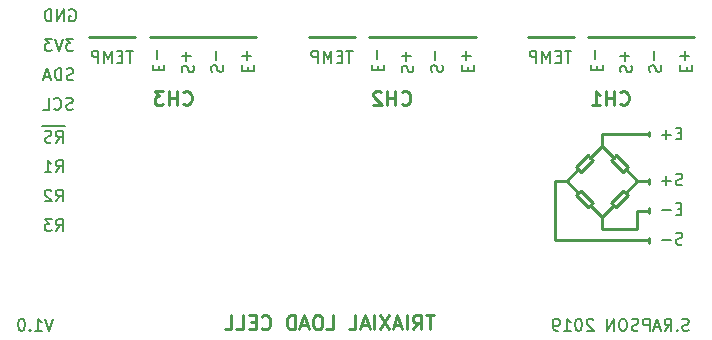
<source format=gbo>
G04 #@! TF.GenerationSoftware,KiCad,Pcbnew,(5.1.0-0)*
G04 #@! TF.CreationDate,2019-05-28T11:35:41+09:30*
G04 #@! TF.ProjectId,triax-loadwing,74726961-782d-46c6-9f61-6477696e672e,V1.0*
G04 #@! TF.SameCoordinates,Original*
G04 #@! TF.FileFunction,Legend,Bot*
G04 #@! TF.FilePolarity,Positive*
%FSLAX46Y46*%
G04 Gerber Fmt 4.6, Leading zero omitted, Abs format (unit mm)*
G04 Created by KiCad (PCBNEW (5.1.0-0)) date 2019-05-28 11:35:41*
%MOMM*%
%LPD*%
G04 APERTURE LIST*
%ADD10C,0.250000*%
%ADD11C,0.200000*%
G04 APERTURE END LIST*
D10*
X150628571Y-69328571D02*
X150685714Y-69385714D01*
X150857142Y-69442857D01*
X150971428Y-69442857D01*
X151142857Y-69385714D01*
X151257142Y-69271428D01*
X151314285Y-69157142D01*
X151371428Y-68928571D01*
X151371428Y-68757142D01*
X151314285Y-68528571D01*
X151257142Y-68414285D01*
X151142857Y-68300000D01*
X150971428Y-68242857D01*
X150857142Y-68242857D01*
X150685714Y-68300000D01*
X150628571Y-68357142D01*
X150114285Y-69442857D02*
X150114285Y-68242857D01*
X150114285Y-68814285D02*
X149428571Y-68814285D01*
X149428571Y-69442857D02*
X149428571Y-68242857D01*
X148971428Y-68242857D02*
X148228571Y-68242857D01*
X148628571Y-68700000D01*
X148457142Y-68700000D01*
X148342857Y-68757142D01*
X148285714Y-68814285D01*
X148228571Y-68928571D01*
X148228571Y-69214285D01*
X148285714Y-69328571D01*
X148342857Y-69385714D01*
X148457142Y-69442857D01*
X148800000Y-69442857D01*
X148914285Y-69385714D01*
X148971428Y-69328571D01*
X169128571Y-69328571D02*
X169185714Y-69385714D01*
X169357142Y-69442857D01*
X169471428Y-69442857D01*
X169642857Y-69385714D01*
X169757142Y-69271428D01*
X169814285Y-69157142D01*
X169871428Y-68928571D01*
X169871428Y-68757142D01*
X169814285Y-68528571D01*
X169757142Y-68414285D01*
X169642857Y-68300000D01*
X169471428Y-68242857D01*
X169357142Y-68242857D01*
X169185714Y-68300000D01*
X169128571Y-68357142D01*
X168614285Y-69442857D02*
X168614285Y-68242857D01*
X168614285Y-68814285D02*
X167928571Y-68814285D01*
X167928571Y-69442857D02*
X167928571Y-68242857D01*
X167414285Y-68357142D02*
X167357142Y-68300000D01*
X167242857Y-68242857D01*
X166957142Y-68242857D01*
X166842857Y-68300000D01*
X166785714Y-68357142D01*
X166728571Y-68471428D01*
X166728571Y-68585714D01*
X166785714Y-68757142D01*
X167471428Y-69442857D01*
X166728571Y-69442857D01*
X187628571Y-69328571D02*
X187685714Y-69385714D01*
X187857142Y-69442857D01*
X187971428Y-69442857D01*
X188142857Y-69385714D01*
X188257142Y-69271428D01*
X188314285Y-69157142D01*
X188371428Y-68928571D01*
X188371428Y-68757142D01*
X188314285Y-68528571D01*
X188257142Y-68414285D01*
X188142857Y-68300000D01*
X187971428Y-68242857D01*
X187857142Y-68242857D01*
X187685714Y-68300000D01*
X187628571Y-68357142D01*
X187114285Y-69442857D02*
X187114285Y-68242857D01*
X187114285Y-68814285D02*
X186428571Y-68814285D01*
X186428571Y-69442857D02*
X186428571Y-68242857D01*
X185228571Y-69442857D02*
X185914285Y-69442857D01*
X185571428Y-69442857D02*
X185571428Y-68242857D01*
X185685714Y-68414285D01*
X185800000Y-68528571D01*
X185914285Y-68585714D01*
D11*
X139623809Y-87552380D02*
X139290476Y-88552380D01*
X138957142Y-87552380D01*
X138100000Y-88552380D02*
X138671428Y-88552380D01*
X138385714Y-88552380D02*
X138385714Y-87552380D01*
X138480952Y-87695238D01*
X138576190Y-87790476D01*
X138671428Y-87838095D01*
X137671428Y-88457142D02*
X137623809Y-88504761D01*
X137671428Y-88552380D01*
X137719047Y-88504761D01*
X137671428Y-88457142D01*
X137671428Y-88552380D01*
X137004761Y-87552380D02*
X136909523Y-87552380D01*
X136814285Y-87600000D01*
X136766666Y-87647619D01*
X136719047Y-87742857D01*
X136671428Y-87933333D01*
X136671428Y-88171428D01*
X136719047Y-88361904D01*
X136766666Y-88457142D01*
X136814285Y-88504761D01*
X136909523Y-88552380D01*
X137004761Y-88552380D01*
X137100000Y-88504761D01*
X137147619Y-88457142D01*
X137195238Y-88361904D01*
X137242857Y-88171428D01*
X137242857Y-87933333D01*
X137195238Y-87742857D01*
X137147619Y-87647619D01*
X137100000Y-87600000D01*
X137004761Y-87552380D01*
D10*
X190100000Y-71700000D02*
X190100000Y-72100000D01*
X190100000Y-75700000D02*
X190100000Y-76100000D01*
X190100000Y-78200000D02*
X190100000Y-78600000D01*
X190100000Y-80700000D02*
X190100000Y-81100000D01*
D11*
X192904761Y-81204761D02*
X192761904Y-81252380D01*
X192523809Y-81252380D01*
X192428571Y-81204761D01*
X192380952Y-81157142D01*
X192333333Y-81061904D01*
X192333333Y-80966666D01*
X192380952Y-80871428D01*
X192428571Y-80823809D01*
X192523809Y-80776190D01*
X192714285Y-80728571D01*
X192809523Y-80680952D01*
X192857142Y-80633333D01*
X192904761Y-80538095D01*
X192904761Y-80442857D01*
X192857142Y-80347619D01*
X192809523Y-80300000D01*
X192714285Y-80252380D01*
X192476190Y-80252380D01*
X192333333Y-80300000D01*
X191904761Y-80871428D02*
X191142857Y-80871428D01*
X192904761Y-76204761D02*
X192761904Y-76252380D01*
X192523809Y-76252380D01*
X192428571Y-76204761D01*
X192380952Y-76157142D01*
X192333333Y-76061904D01*
X192333333Y-75966666D01*
X192380952Y-75871428D01*
X192428571Y-75823809D01*
X192523809Y-75776190D01*
X192714285Y-75728571D01*
X192809523Y-75680952D01*
X192857142Y-75633333D01*
X192904761Y-75538095D01*
X192904761Y-75442857D01*
X192857142Y-75347619D01*
X192809523Y-75300000D01*
X192714285Y-75252380D01*
X192476190Y-75252380D01*
X192333333Y-75300000D01*
X191904761Y-75871428D02*
X191142857Y-75871428D01*
X191523809Y-76252380D02*
X191523809Y-75490476D01*
X192833333Y-78228571D02*
X192500000Y-78228571D01*
X192357142Y-78752380D02*
X192833333Y-78752380D01*
X192833333Y-77752380D01*
X192357142Y-77752380D01*
X191928571Y-78371428D02*
X191166666Y-78371428D01*
X192833333Y-71828571D02*
X192500000Y-71828571D01*
X192357142Y-72352380D02*
X192833333Y-72352380D01*
X192833333Y-71352380D01*
X192357142Y-71352380D01*
X191928571Y-71971428D02*
X191166666Y-71971428D01*
X191547619Y-72352380D02*
X191547619Y-71590476D01*
D10*
X189100000Y-78400000D02*
X189100000Y-79900000D01*
X190100000Y-78400000D02*
X189100000Y-78400000D01*
X182100000Y-80900000D02*
X190100000Y-80900000D01*
X182100000Y-75900000D02*
X182100000Y-80900000D01*
X183100000Y-75900000D02*
X182100000Y-75900000D01*
X186100000Y-79900000D02*
X189100000Y-79900000D01*
X186100000Y-78900000D02*
X186100000Y-79900000D01*
X189100000Y-75900000D02*
X190100000Y-75900000D01*
X186100000Y-71900000D02*
X190100000Y-71900000D01*
X186100000Y-72900000D02*
X186100000Y-71900000D01*
X184100000Y-76900000D02*
X183900000Y-77100000D01*
X184300000Y-76700000D02*
X184100000Y-76900000D01*
X185100000Y-77900000D02*
X186100000Y-78900000D01*
X184900000Y-78100000D02*
X185300000Y-77700000D01*
X183100000Y-75900000D02*
X184100000Y-76900000D01*
X183900000Y-77100000D02*
X184900000Y-78100000D01*
X185300000Y-77700000D02*
X184300000Y-76700000D01*
X188100000Y-76900000D02*
X187900000Y-76700000D01*
X188300000Y-77100000D02*
X188100000Y-76900000D01*
X187100000Y-77900000D02*
X186100000Y-78900000D01*
X186900000Y-77700000D02*
X187300000Y-78100000D01*
X189100000Y-75900000D02*
X188100000Y-76900000D01*
X187900000Y-76700000D02*
X186900000Y-77700000D01*
X187300000Y-78100000D02*
X188300000Y-77100000D01*
X187100000Y-73900000D02*
X186900000Y-74100000D01*
X187300000Y-73700000D02*
X187100000Y-73900000D01*
X188100000Y-74900000D02*
X189100000Y-75900000D01*
X187900000Y-75100000D02*
X188300000Y-74700000D01*
X186100000Y-72900000D02*
X187100000Y-73900000D01*
X186900000Y-74100000D02*
X187900000Y-75100000D01*
X188300000Y-74700000D02*
X187300000Y-73700000D01*
X185300000Y-74100000D02*
X185100000Y-73900000D01*
X184300000Y-75100000D02*
X185300000Y-74100000D01*
X183900000Y-74700000D02*
X184300000Y-75100000D01*
X184900000Y-73700000D02*
X183900000Y-74700000D01*
X185100000Y-73900000D02*
X184900000Y-73700000D01*
X184100000Y-74900000D02*
X183100000Y-75900000D01*
X186100000Y-72900000D02*
X185100000Y-73900000D01*
X179800000Y-63700000D02*
X183700000Y-63700000D01*
X184900000Y-63700000D02*
X193900000Y-63700000D01*
D11*
X190171904Y-66633333D02*
X190124285Y-66490476D01*
X190124285Y-66252381D01*
X190171904Y-66157143D01*
X190219523Y-66109524D01*
X190314761Y-66061905D01*
X190409999Y-66061905D01*
X190505237Y-66109524D01*
X190552856Y-66157143D01*
X190600475Y-66252381D01*
X190648094Y-66442857D01*
X190695713Y-66538095D01*
X190743332Y-66585714D01*
X190838570Y-66633333D01*
X190933808Y-66633333D01*
X191029046Y-66585714D01*
X191076666Y-66538095D01*
X191124285Y-66442857D01*
X191124285Y-66204762D01*
X191076666Y-66061905D01*
X190505237Y-65633333D02*
X190505237Y-64871429D01*
X187683571Y-66680952D02*
X187635952Y-66538095D01*
X187635952Y-66300000D01*
X187683571Y-66204762D01*
X187731190Y-66157143D01*
X187826428Y-66109524D01*
X187921666Y-66109524D01*
X188016904Y-66157143D01*
X188064523Y-66204762D01*
X188112142Y-66300000D01*
X188159761Y-66490476D01*
X188207380Y-66585714D01*
X188254999Y-66633333D01*
X188350237Y-66680952D01*
X188445475Y-66680952D01*
X188540713Y-66633333D01*
X188588333Y-66585714D01*
X188635952Y-66490476D01*
X188635952Y-66252381D01*
X188588333Y-66109524D01*
X188016904Y-65680952D02*
X188016904Y-64919048D01*
X187635952Y-65300000D02*
X188397856Y-65300000D01*
X185671428Y-66490477D02*
X185671428Y-66157144D01*
X185147619Y-66014286D02*
X185147619Y-66490477D01*
X186147619Y-66490477D01*
X186147619Y-66014286D01*
X185528571Y-65585715D02*
X185528571Y-64823810D01*
X183509523Y-64852380D02*
X182938095Y-64852380D01*
X183223809Y-65852380D02*
X183223809Y-64852380D01*
X182604761Y-65328571D02*
X182271428Y-65328571D01*
X182128571Y-65852380D02*
X182604761Y-65852380D01*
X182604761Y-64852380D01*
X182128571Y-64852380D01*
X181700000Y-65852380D02*
X181700000Y-64852380D01*
X181366666Y-65566666D01*
X181033333Y-64852380D01*
X181033333Y-65852380D01*
X180557142Y-65852380D02*
X180557142Y-64852380D01*
X180176190Y-64852380D01*
X180080952Y-64900000D01*
X180033333Y-64947619D01*
X179985714Y-65042857D01*
X179985714Y-65185714D01*
X180033333Y-65280952D01*
X180080952Y-65328571D01*
X180176190Y-65376190D01*
X180557142Y-65376190D01*
X193271428Y-66538096D02*
X193271428Y-66204763D01*
X192747619Y-66061905D02*
X192747619Y-66538096D01*
X193747619Y-66538096D01*
X193747619Y-66061905D01*
X193128571Y-65633334D02*
X193128571Y-64871429D01*
X192747619Y-65252382D02*
X193509523Y-65252382D01*
D10*
X161300000Y-63700000D02*
X165200000Y-63700000D01*
X166400000Y-63700000D02*
X175400000Y-63700000D01*
D11*
X171671904Y-66633333D02*
X171624285Y-66490476D01*
X171624285Y-66252381D01*
X171671904Y-66157143D01*
X171719523Y-66109524D01*
X171814761Y-66061905D01*
X171909999Y-66061905D01*
X172005237Y-66109524D01*
X172052856Y-66157143D01*
X172100475Y-66252381D01*
X172148094Y-66442857D01*
X172195713Y-66538095D01*
X172243332Y-66585714D01*
X172338570Y-66633333D01*
X172433808Y-66633333D01*
X172529046Y-66585714D01*
X172576666Y-66538095D01*
X172624285Y-66442857D01*
X172624285Y-66204762D01*
X172576666Y-66061905D01*
X172005237Y-65633333D02*
X172005237Y-64871429D01*
X169183571Y-66680952D02*
X169135952Y-66538095D01*
X169135952Y-66300000D01*
X169183571Y-66204762D01*
X169231190Y-66157143D01*
X169326428Y-66109524D01*
X169421666Y-66109524D01*
X169516904Y-66157143D01*
X169564523Y-66204762D01*
X169612142Y-66300000D01*
X169659761Y-66490476D01*
X169707380Y-66585714D01*
X169754999Y-66633333D01*
X169850237Y-66680952D01*
X169945475Y-66680952D01*
X170040713Y-66633333D01*
X170088333Y-66585714D01*
X170135952Y-66490476D01*
X170135952Y-66252381D01*
X170088333Y-66109524D01*
X169516904Y-65680952D02*
X169516904Y-64919048D01*
X169135952Y-65300000D02*
X169897856Y-65300000D01*
X167171428Y-66490477D02*
X167171428Y-66157144D01*
X166647619Y-66014286D02*
X166647619Y-66490477D01*
X167647619Y-66490477D01*
X167647619Y-66014286D01*
X167028571Y-65585715D02*
X167028571Y-64823810D01*
X165009523Y-64852380D02*
X164438095Y-64852380D01*
X164723809Y-65852380D02*
X164723809Y-64852380D01*
X164104761Y-65328571D02*
X163771428Y-65328571D01*
X163628571Y-65852380D02*
X164104761Y-65852380D01*
X164104761Y-64852380D01*
X163628571Y-64852380D01*
X163200000Y-65852380D02*
X163200000Y-64852380D01*
X162866666Y-65566666D01*
X162533333Y-64852380D01*
X162533333Y-65852380D01*
X162057142Y-65852380D02*
X162057142Y-64852380D01*
X161676190Y-64852380D01*
X161580952Y-64900000D01*
X161533333Y-64947619D01*
X161485714Y-65042857D01*
X161485714Y-65185714D01*
X161533333Y-65280952D01*
X161580952Y-65328571D01*
X161676190Y-65376190D01*
X162057142Y-65376190D01*
X174771428Y-66538096D02*
X174771428Y-66204763D01*
X174247619Y-66061905D02*
X174247619Y-66538096D01*
X175247619Y-66538096D01*
X175247619Y-66061905D01*
X174628571Y-65633334D02*
X174628571Y-64871429D01*
X174247619Y-65252382D02*
X175009523Y-65252382D01*
X193461904Y-88504761D02*
X193319047Y-88552380D01*
X193080952Y-88552380D01*
X192985714Y-88504761D01*
X192938095Y-88457142D01*
X192890476Y-88361904D01*
X192890476Y-88266666D01*
X192938095Y-88171428D01*
X192985714Y-88123809D01*
X193080952Y-88076190D01*
X193271428Y-88028571D01*
X193366666Y-87980952D01*
X193414285Y-87933333D01*
X193461904Y-87838095D01*
X193461904Y-87742857D01*
X193414285Y-87647619D01*
X193366666Y-87600000D01*
X193271428Y-87552380D01*
X193033333Y-87552380D01*
X192890476Y-87600000D01*
X192461904Y-88457142D02*
X192414285Y-88504761D01*
X192461904Y-88552380D01*
X192509523Y-88504761D01*
X192461904Y-88457142D01*
X192461904Y-88552380D01*
X191414285Y-88552380D02*
X191747619Y-88076190D01*
X191985714Y-88552380D02*
X191985714Y-87552380D01*
X191604761Y-87552380D01*
X191509523Y-87600000D01*
X191461904Y-87647619D01*
X191414285Y-87742857D01*
X191414285Y-87885714D01*
X191461904Y-87980952D01*
X191509523Y-88028571D01*
X191604761Y-88076190D01*
X191985714Y-88076190D01*
X191033333Y-88266666D02*
X190557142Y-88266666D01*
X191128571Y-88552380D02*
X190795238Y-87552380D01*
X190461904Y-88552380D01*
X190128571Y-88552380D02*
X190128571Y-87552380D01*
X189747619Y-87552380D01*
X189652380Y-87600000D01*
X189604761Y-87647619D01*
X189557142Y-87742857D01*
X189557142Y-87885714D01*
X189604761Y-87980952D01*
X189652380Y-88028571D01*
X189747619Y-88076190D01*
X190128571Y-88076190D01*
X189176190Y-88504761D02*
X189033333Y-88552380D01*
X188795238Y-88552380D01*
X188700000Y-88504761D01*
X188652380Y-88457142D01*
X188604761Y-88361904D01*
X188604761Y-88266666D01*
X188652380Y-88171428D01*
X188700000Y-88123809D01*
X188795238Y-88076190D01*
X188985714Y-88028571D01*
X189080952Y-87980952D01*
X189128571Y-87933333D01*
X189176190Y-87838095D01*
X189176190Y-87742857D01*
X189128571Y-87647619D01*
X189080952Y-87600000D01*
X188985714Y-87552380D01*
X188747619Y-87552380D01*
X188604761Y-87600000D01*
X187985714Y-87552380D02*
X187795238Y-87552380D01*
X187700000Y-87600000D01*
X187604761Y-87695238D01*
X187557142Y-87885714D01*
X187557142Y-88219047D01*
X187604761Y-88409523D01*
X187700000Y-88504761D01*
X187795238Y-88552380D01*
X187985714Y-88552380D01*
X188080952Y-88504761D01*
X188176190Y-88409523D01*
X188223809Y-88219047D01*
X188223809Y-87885714D01*
X188176190Y-87695238D01*
X188080952Y-87600000D01*
X187985714Y-87552380D01*
X187128571Y-88552380D02*
X187128571Y-87552380D01*
X186557142Y-88552380D01*
X186557142Y-87552380D01*
X185366666Y-87647619D02*
X185319047Y-87600000D01*
X185223809Y-87552380D01*
X184985714Y-87552380D01*
X184890476Y-87600000D01*
X184842857Y-87647619D01*
X184795238Y-87742857D01*
X184795238Y-87838095D01*
X184842857Y-87980952D01*
X185414285Y-88552380D01*
X184795238Y-88552380D01*
X184176190Y-87552380D02*
X184080952Y-87552380D01*
X183985714Y-87600000D01*
X183938095Y-87647619D01*
X183890476Y-87742857D01*
X183842857Y-87933333D01*
X183842857Y-88171428D01*
X183890476Y-88361904D01*
X183938095Y-88457142D01*
X183985714Y-88504761D01*
X184080952Y-88552380D01*
X184176190Y-88552380D01*
X184271428Y-88504761D01*
X184319047Y-88457142D01*
X184366666Y-88361904D01*
X184414285Y-88171428D01*
X184414285Y-87933333D01*
X184366666Y-87742857D01*
X184319047Y-87647619D01*
X184271428Y-87600000D01*
X184176190Y-87552380D01*
X182890476Y-88552380D02*
X183461904Y-88552380D01*
X183176190Y-88552380D02*
X183176190Y-87552380D01*
X183271428Y-87695238D01*
X183366666Y-87790476D01*
X183461904Y-87838095D01*
X182414285Y-88552380D02*
X182223809Y-88552380D01*
X182128571Y-88504761D01*
X182080952Y-88457142D01*
X181985714Y-88314285D01*
X181938095Y-88123809D01*
X181938095Y-87742857D01*
X181985714Y-87647619D01*
X182033333Y-87600000D01*
X182128571Y-87552380D01*
X182319047Y-87552380D01*
X182414285Y-87600000D01*
X182461904Y-87647619D01*
X182509523Y-87742857D01*
X182509523Y-87980952D01*
X182461904Y-88076190D01*
X182414285Y-88123809D01*
X182319047Y-88171428D01*
X182128571Y-88171428D01*
X182033333Y-88123809D01*
X181985714Y-88076190D01*
X181938095Y-87980952D01*
D10*
X171857142Y-87242857D02*
X171171428Y-87242857D01*
X171514285Y-88442857D02*
X171514285Y-87242857D01*
X170085714Y-88442857D02*
X170485714Y-87871428D01*
X170771428Y-88442857D02*
X170771428Y-87242857D01*
X170314285Y-87242857D01*
X170200000Y-87300000D01*
X170142857Y-87357142D01*
X170085714Y-87471428D01*
X170085714Y-87642857D01*
X170142857Y-87757142D01*
X170200000Y-87814285D01*
X170314285Y-87871428D01*
X170771428Y-87871428D01*
X169571428Y-88442857D02*
X169571428Y-87242857D01*
X169057142Y-88100000D02*
X168485714Y-88100000D01*
X169171428Y-88442857D02*
X168771428Y-87242857D01*
X168371428Y-88442857D01*
X168085714Y-87242857D02*
X167285714Y-88442857D01*
X167285714Y-87242857D02*
X168085714Y-88442857D01*
X166828571Y-88442857D02*
X166828571Y-87242857D01*
X166314285Y-88100000D02*
X165742857Y-88100000D01*
X166428571Y-88442857D02*
X166028571Y-87242857D01*
X165628571Y-88442857D01*
X164657142Y-88442857D02*
X165228571Y-88442857D01*
X165228571Y-87242857D01*
X162771428Y-88442857D02*
X163342857Y-88442857D01*
X163342857Y-87242857D01*
X162142857Y-87242857D02*
X161914285Y-87242857D01*
X161800000Y-87300000D01*
X161685714Y-87414285D01*
X161628571Y-87642857D01*
X161628571Y-88042857D01*
X161685714Y-88271428D01*
X161800000Y-88385714D01*
X161914285Y-88442857D01*
X162142857Y-88442857D01*
X162257142Y-88385714D01*
X162371428Y-88271428D01*
X162428571Y-88042857D01*
X162428571Y-87642857D01*
X162371428Y-87414285D01*
X162257142Y-87300000D01*
X162142857Y-87242857D01*
X161171428Y-88100000D02*
X160600000Y-88100000D01*
X161285714Y-88442857D02*
X160885714Y-87242857D01*
X160485714Y-88442857D01*
X160085714Y-88442857D02*
X160085714Y-87242857D01*
X159800000Y-87242857D01*
X159628571Y-87300000D01*
X159514285Y-87414285D01*
X159457142Y-87528571D01*
X159400000Y-87757142D01*
X159400000Y-87928571D01*
X159457142Y-88157142D01*
X159514285Y-88271428D01*
X159628571Y-88385714D01*
X159800000Y-88442857D01*
X160085714Y-88442857D01*
X157285714Y-88328571D02*
X157342857Y-88385714D01*
X157514285Y-88442857D01*
X157628571Y-88442857D01*
X157800000Y-88385714D01*
X157914285Y-88271428D01*
X157971428Y-88157142D01*
X158028571Y-87928571D01*
X158028571Y-87757142D01*
X157971428Y-87528571D01*
X157914285Y-87414285D01*
X157800000Y-87300000D01*
X157628571Y-87242857D01*
X157514285Y-87242857D01*
X157342857Y-87300000D01*
X157285714Y-87357142D01*
X156771428Y-87814285D02*
X156371428Y-87814285D01*
X156200000Y-88442857D02*
X156771428Y-88442857D01*
X156771428Y-87242857D01*
X156200000Y-87242857D01*
X155114285Y-88442857D02*
X155685714Y-88442857D01*
X155685714Y-87242857D01*
X154142857Y-88442857D02*
X154714285Y-88442857D01*
X154714285Y-87242857D01*
D11*
X153071904Y-66633333D02*
X153024285Y-66490476D01*
X153024285Y-66252381D01*
X153071904Y-66157143D01*
X153119523Y-66109524D01*
X153214761Y-66061905D01*
X153309999Y-66061905D01*
X153405237Y-66109524D01*
X153452856Y-66157143D01*
X153500475Y-66252381D01*
X153548094Y-66442857D01*
X153595713Y-66538095D01*
X153643332Y-66585714D01*
X153738570Y-66633333D01*
X153833808Y-66633333D01*
X153929046Y-66585714D01*
X153976666Y-66538095D01*
X154024285Y-66442857D01*
X154024285Y-66204762D01*
X153976666Y-66061905D01*
X153405237Y-65633333D02*
X153405237Y-64871429D01*
X150583571Y-66680952D02*
X150535952Y-66538095D01*
X150535952Y-66300000D01*
X150583571Y-66204762D01*
X150631190Y-66157143D01*
X150726428Y-66109524D01*
X150821666Y-66109524D01*
X150916904Y-66157143D01*
X150964523Y-66204762D01*
X151012142Y-66300000D01*
X151059761Y-66490476D01*
X151107380Y-66585714D01*
X151154999Y-66633333D01*
X151250237Y-66680952D01*
X151345475Y-66680952D01*
X151440713Y-66633333D01*
X151488333Y-66585714D01*
X151535952Y-66490476D01*
X151535952Y-66252381D01*
X151488333Y-66109524D01*
X150916904Y-65680952D02*
X150916904Y-64919048D01*
X150535952Y-65300000D02*
X151297856Y-65300000D01*
X156171428Y-66538096D02*
X156171428Y-66204763D01*
X155647619Y-66061905D02*
X155647619Y-66538096D01*
X156647619Y-66538096D01*
X156647619Y-66061905D01*
X156028571Y-65633334D02*
X156028571Y-64871429D01*
X155647619Y-65252382D02*
X156409523Y-65252382D01*
X148571428Y-66490477D02*
X148571428Y-66157144D01*
X148047619Y-66014286D02*
X148047619Y-66490477D01*
X149047619Y-66490477D01*
X149047619Y-66014286D01*
X148428571Y-65585715D02*
X148428571Y-64823810D01*
X146409523Y-64852380D02*
X145838095Y-64852380D01*
X146123809Y-65852380D02*
X146123809Y-64852380D01*
X145504761Y-65328571D02*
X145171428Y-65328571D01*
X145028571Y-65852380D02*
X145504761Y-65852380D01*
X145504761Y-64852380D01*
X145028571Y-64852380D01*
X144600000Y-65852380D02*
X144600000Y-64852380D01*
X144266666Y-65566666D01*
X143933333Y-64852380D01*
X143933333Y-65852380D01*
X143457142Y-65852380D02*
X143457142Y-64852380D01*
X143076190Y-64852380D01*
X142980952Y-64900000D01*
X142933333Y-64947619D01*
X142885714Y-65042857D01*
X142885714Y-65185714D01*
X142933333Y-65280952D01*
X142980952Y-65328571D01*
X143076190Y-65376190D01*
X143457142Y-65376190D01*
D10*
X147800000Y-63700000D02*
X156800000Y-63700000D01*
X142700000Y-63700000D02*
X146600000Y-63700000D01*
D11*
X140673809Y-71189284D02*
X139673809Y-71189284D01*
X139864285Y-72621664D02*
X140197619Y-72145474D01*
X140435714Y-72621664D02*
X140435714Y-71621664D01*
X140054761Y-71621664D01*
X139959523Y-71669284D01*
X139911904Y-71716903D01*
X139864285Y-71812141D01*
X139864285Y-71954998D01*
X139911904Y-72050236D01*
X139959523Y-72097855D01*
X140054761Y-72145474D01*
X140435714Y-72145474D01*
X139673809Y-71189284D02*
X138721428Y-71189284D01*
X139483333Y-72574045D02*
X139340476Y-72621664D01*
X139102380Y-72621664D01*
X139007142Y-72574045D01*
X138959523Y-72526426D01*
X138911904Y-72431188D01*
X138911904Y-72335950D01*
X138959523Y-72240712D01*
X139007142Y-72193093D01*
X139102380Y-72145474D01*
X139292857Y-72097855D01*
X139388095Y-72050236D01*
X139435714Y-72002617D01*
X139483333Y-71907379D01*
X139483333Y-71812141D01*
X139435714Y-71716903D01*
X139388095Y-71669284D01*
X139292857Y-71621664D01*
X139054761Y-71621664D01*
X138911904Y-71669284D01*
X139864285Y-75115235D02*
X140197619Y-74639045D01*
X140435714Y-75115235D02*
X140435714Y-74115235D01*
X140054761Y-74115235D01*
X139959523Y-74162855D01*
X139911904Y-74210474D01*
X139864285Y-74305712D01*
X139864285Y-74448569D01*
X139911904Y-74543807D01*
X139959523Y-74591426D01*
X140054761Y-74639045D01*
X140435714Y-74639045D01*
X138911904Y-75115235D02*
X139483333Y-75115235D01*
X139197619Y-75115235D02*
X139197619Y-74115235D01*
X139292857Y-74258093D01*
X139388095Y-74353331D01*
X139483333Y-74400950D01*
X139864285Y-80102380D02*
X140197619Y-79626190D01*
X140435714Y-80102380D02*
X140435714Y-79102380D01*
X140054761Y-79102380D01*
X139959523Y-79150000D01*
X139911904Y-79197619D01*
X139864285Y-79292857D01*
X139864285Y-79435714D01*
X139911904Y-79530952D01*
X139959523Y-79578571D01*
X140054761Y-79626190D01*
X140435714Y-79626190D01*
X139530952Y-79102380D02*
X138911904Y-79102380D01*
X139245238Y-79483333D01*
X139102380Y-79483333D01*
X139007142Y-79530952D01*
X138959523Y-79578571D01*
X138911904Y-79673809D01*
X138911904Y-79911904D01*
X138959523Y-80007142D01*
X139007142Y-80054761D01*
X139102380Y-80102380D01*
X139388095Y-80102380D01*
X139483333Y-80054761D01*
X139530952Y-80007142D01*
X141292857Y-69785474D02*
X141150000Y-69833093D01*
X140911904Y-69833093D01*
X140816666Y-69785474D01*
X140769047Y-69737855D01*
X140721428Y-69642617D01*
X140721428Y-69547379D01*
X140769047Y-69452141D01*
X140816666Y-69404522D01*
X140911904Y-69356903D01*
X141102381Y-69309284D01*
X141197619Y-69261665D01*
X141245238Y-69214046D01*
X141292857Y-69118808D01*
X141292857Y-69023570D01*
X141245238Y-68928332D01*
X141197619Y-68880713D01*
X141102381Y-68833093D01*
X140864285Y-68833093D01*
X140721428Y-68880713D01*
X139721428Y-69737855D02*
X139769047Y-69785474D01*
X139911904Y-69833093D01*
X140007142Y-69833093D01*
X140150000Y-69785474D01*
X140245238Y-69690236D01*
X140292857Y-69594998D01*
X140340476Y-69404522D01*
X140340476Y-69261665D01*
X140292857Y-69071189D01*
X140245238Y-68975951D01*
X140150000Y-68880713D01*
X140007142Y-68833093D01*
X139911904Y-68833093D01*
X139769047Y-68880713D01*
X139721428Y-68928332D01*
X138816666Y-69833093D02*
X139292857Y-69833093D01*
X139292857Y-68833093D01*
X141340476Y-63845951D02*
X140721428Y-63845951D01*
X141054761Y-64226904D01*
X140911904Y-64226904D01*
X140816666Y-64274523D01*
X140769047Y-64322142D01*
X140721428Y-64417380D01*
X140721428Y-64655475D01*
X140769047Y-64750713D01*
X140816666Y-64798332D01*
X140911904Y-64845951D01*
X141197619Y-64845951D01*
X141292857Y-64798332D01*
X141340476Y-64750713D01*
X140435714Y-63845951D02*
X140102381Y-64845951D01*
X139769047Y-63845951D01*
X139530952Y-63845951D02*
X138911904Y-63845951D01*
X139245238Y-64226904D01*
X139102381Y-64226904D01*
X139007142Y-64274523D01*
X138959523Y-64322142D01*
X138911904Y-64417380D01*
X138911904Y-64655475D01*
X138959523Y-64750713D01*
X139007142Y-64798332D01*
X139102381Y-64845951D01*
X139388095Y-64845951D01*
X139483333Y-64798332D01*
X139530952Y-64750713D01*
X141007142Y-61400000D02*
X141102380Y-61352380D01*
X141245238Y-61352380D01*
X141388095Y-61400000D01*
X141483333Y-61495238D01*
X141530952Y-61590476D01*
X141578571Y-61780952D01*
X141578571Y-61923809D01*
X141530952Y-62114285D01*
X141483333Y-62209523D01*
X141388095Y-62304761D01*
X141245238Y-62352380D01*
X141149999Y-62352380D01*
X141007142Y-62304761D01*
X140959523Y-62257142D01*
X140959523Y-61923809D01*
X141149999Y-61923809D01*
X140530952Y-62352380D02*
X140530952Y-61352380D01*
X139959523Y-62352380D01*
X139959523Y-61352380D01*
X139483333Y-62352380D02*
X139483333Y-61352380D01*
X139245238Y-61352380D01*
X139102380Y-61400000D01*
X139007142Y-61495238D01*
X138959523Y-61590476D01*
X138911904Y-61780952D01*
X138911904Y-61923809D01*
X138959523Y-62114285D01*
X139007142Y-62209523D01*
X139102380Y-62304761D01*
X139245238Y-62352380D01*
X139483333Y-62352380D01*
X139864285Y-77608806D02*
X140197619Y-77132616D01*
X140435714Y-77608806D02*
X140435714Y-76608806D01*
X140054761Y-76608806D01*
X139959523Y-76656426D01*
X139911904Y-76704045D01*
X139864285Y-76799283D01*
X139864285Y-76942140D01*
X139911904Y-77037378D01*
X139959523Y-77084997D01*
X140054761Y-77132616D01*
X140435714Y-77132616D01*
X139483333Y-76704045D02*
X139435714Y-76656426D01*
X139340476Y-76608806D01*
X139102380Y-76608806D01*
X139007142Y-76656426D01*
X138959523Y-76704045D01*
X138911904Y-76799283D01*
X138911904Y-76894521D01*
X138959523Y-77037378D01*
X139530952Y-77608806D01*
X138911904Y-77608806D01*
X141340475Y-67291903D02*
X141197618Y-67339522D01*
X140959523Y-67339522D01*
X140864285Y-67291903D01*
X140816666Y-67244284D01*
X140769047Y-67149046D01*
X140769047Y-67053808D01*
X140816666Y-66958570D01*
X140864285Y-66910951D01*
X140959523Y-66863332D01*
X141149999Y-66815713D01*
X141245237Y-66768094D01*
X141292856Y-66720475D01*
X141340475Y-66625237D01*
X141340475Y-66529999D01*
X141292856Y-66434761D01*
X141245237Y-66387142D01*
X141149999Y-66339522D01*
X140911904Y-66339522D01*
X140769047Y-66387142D01*
X140340475Y-67339522D02*
X140340475Y-66339522D01*
X140102380Y-66339522D01*
X139959523Y-66387142D01*
X139864285Y-66482380D01*
X139816666Y-66577618D01*
X139769047Y-66768094D01*
X139769047Y-66910951D01*
X139816666Y-67101427D01*
X139864285Y-67196665D01*
X139959523Y-67291903D01*
X140102380Y-67339522D01*
X140340475Y-67339522D01*
X139388094Y-67053808D02*
X138911904Y-67053808D01*
X139483332Y-67339522D02*
X139149999Y-66339522D01*
X138816666Y-67339522D01*
M02*

</source>
